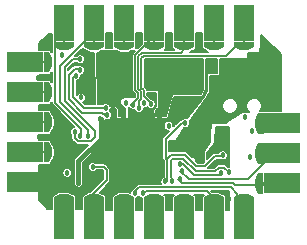
<source format=gbl>
G04 DipTrace 2.4.0.2*
%IN3dBBLE.gbl*%
%MOMM*%
%ADD13C,0.381*%
%ADD14C,0.203*%
%ADD15C,0.457*%
%ADD19C,0.127*%
%ADD29R,1.7X1.6*%
%ADD31R,1.7X2.032*%
%ADD33R,1.6X1.7*%
%ADD34R,2.0X1.7*%
%ADD35R,1.7X2.0*%
%ADD36R,2.032X1.7*%
%ADD49C,0.711*%
%FSLAX53Y53*%
G04*
G71*
G90*
G75*
G01*
%LNBottom*%
%LPD*%
X17335Y20121D2*
D14*
X15462D1*
X14565Y21018D1*
Y22662D1*
X14690Y22788D1*
Y22832D1*
X14785D1*
X17445Y19497D2*
X17250D1*
X17045Y19702D1*
X15364D1*
X14212Y20854D1*
Y22940D1*
X14700Y23427D1*
X15040D1*
X15163Y23304D1*
X11270Y13810D2*
D13*
X12433D1*
X21824Y18505D2*
Y17745D1*
X21831Y17738D1*
X20303Y16975D2*
Y16970D1*
X19541Y16208D1*
X18776Y18505D2*
Y19908D1*
X18363Y20322D1*
Y22839D1*
X17012Y24190D1*
X21824Y18505D2*
Y19528D1*
X22213Y19917D1*
Y23282D1*
X21402Y24093D1*
X15857Y17746D2*
D14*
Y18217D1*
X13440Y20634D1*
Y23639D1*
X16259Y26458D1*
Y26419D1*
X16350Y26510D1*
Y25348D1*
X15191Y17751D2*
X15257D1*
Y18345D1*
X13042Y20560D1*
Y25742D1*
X13810Y26510D1*
Y25348D1*
X11270Y23970D2*
X12433D1*
Y21430D2*
X11270D1*
X12433Y18890D2*
X11270D1*
X12433Y16350D2*
X11270D1*
X16244Y15119D2*
X17157D1*
X17427Y14849D1*
Y13986D1*
X16276Y12835D1*
Y12651D1*
X16350D1*
Y11270D1*
Y12433D2*
Y11270D1*
X18890Y12433D2*
Y11270D1*
Y10000D1*
X21430Y12433D2*
Y11270D1*
Y10000D1*
X29050Y12433D2*
Y11270D1*
Y10000D1*
X19820Y12890D2*
Y13046D1*
X20166Y13391D1*
X27926D1*
X28485Y12833D1*
Y11835D1*
X29050Y11270D1*
X26510Y12433D2*
Y11270D1*
Y10000D1*
X20487Y12888D2*
X20575D1*
X20744Y13057D1*
X25886D1*
X26510Y12433D1*
X23970D2*
Y11270D1*
Y10000D1*
X23581Y14123D2*
X23454D1*
X23823Y13755D1*
X28070D1*
X28281Y13544D1*
X31321D1*
X31488Y13712D1*
X30323D1*
X23772Y14795D2*
X23649D1*
X24355Y14089D1*
X29411D1*
X31450Y16128D1*
X31364D1*
X31488Y16252D1*
X30326D1*
X23622Y15361D2*
X23853D1*
X24784Y14429D1*
X27040D1*
X27157Y14546D1*
X27103Y14601D1*
X31488Y18792D2*
X30326D1*
X29050Y26510D2*
Y25348D1*
X21145Y20452D2*
D19*
Y20518D1*
X20565Y21098D1*
Y21616D1*
X20359Y21822D1*
Y24319D1*
X20554Y24514D1*
X27509D1*
X28342Y25348D1*
X29050D1*
X26510Y26510D2*
D14*
Y25348D1*
X20135Y20095D2*
D19*
Y20678D1*
X20310Y20852D1*
Y21510D1*
X20100Y21719D1*
Y24492D1*
X20394Y24786D1*
X23690D1*
X23970Y25066D1*
Y25348D1*
Y26510D2*
D14*
Y25348D1*
X19625Y20390D2*
D19*
X19476D1*
X20054Y20968D1*
Y21404D1*
X19842Y21616D1*
Y24594D1*
X21328Y26080D1*
Y26788D1*
X21352Y26813D1*
Y26588D1*
X21430Y26510D1*
D14*
Y25348D1*
X18890Y26510D2*
Y25348D1*
X14718Y18099D2*
Y17559D1*
X15009Y17268D1*
X16067D1*
X16417Y17619D1*
Y18141D1*
X13850Y20709D1*
Y23556D1*
X14529Y24235D1*
X15164D1*
X22375Y13900D2*
X22524D1*
Y15828D1*
X22424D1*
Y17484D1*
X23759Y18820D1*
X24058D1*
X22524Y15828D2*
X22850Y16154D1*
X24027D1*
X25004Y15177D1*
X25718D1*
X26554Y16014D1*
X27252D1*
Y16109D1*
X22982Y13933D2*
Y14113D1*
X22856Y14239D1*
Y15689D1*
X22986Y15819D1*
X23875D1*
X24934Y14761D1*
X26616D1*
X26921Y15066D1*
X27341D1*
X27728Y14680D1*
X13810Y12433D2*
D13*
Y11270D1*
Y10000D1*
X15024Y13793D2*
Y15610D1*
X16902Y17488D1*
Y19169D1*
X16887Y19184D1*
D15*
X20174Y25828D3*
X23622Y15361D3*
X23772Y14795D3*
X23581Y14123D3*
X22375Y13900D3*
X22982Y13933D3*
X17335Y20121D3*
X20487Y12888D3*
X13617Y24610D3*
X12281Y12524D3*
X26426Y15222D3*
X25205Y25586D3*
X16244Y15119D3*
X14069Y14620D3*
X17445Y19497D3*
X16887Y19184D3*
X15857Y17746D3*
X15191Y17751D3*
X15241Y20993D3*
X22649Y18597D3*
X24058Y18820D3*
X27252Y16109D3*
X27728Y14680D3*
X29704Y18168D3*
X27103Y14601D3*
X29569Y15986D3*
X29109Y19336D3*
X15024Y13793D3*
X15315Y21936D3*
X19045Y20528D3*
X19625Y20390D3*
X25352Y16635D3*
X21145Y20452D3*
X20561Y20495D3*
X20135Y20095D3*
X24588Y17800D3*
X14718Y18099D3*
X14785Y22832D3*
X27330Y23846D3*
X15163Y23304D3*
X15164Y24235D3*
X22709Y25662D3*
X19630Y21232D3*
X27203Y19017D3*
X19820Y12890D3*
X26792Y19558D3*
X30687Y20696D3*
X26526Y22126D3*
X25159Y19468D3*
X31962Y20398D3*
X28454Y21151D3*
X28763Y20178D3*
X31027Y25464D3*
X12432Y17613D3*
X17250Y13156D3*
X12463Y25513D3*
X15364Y24842D3*
X17665Y25579D3*
X22760Y12595D3*
X24544Y21691D3*
X21402Y24093D3*
X26717Y17154D3*
X27778Y12398D3*
X27612Y22511D3*
X17012Y24190D3*
X19421Y24261D3*
X26505Y23797D3*
X23848Y20717D3*
X11636Y22638D3*
X11679Y17664D3*
X17638Y11674D3*
X20144D3*
X25234Y12216D3*
X12454Y26309D2*
D19*
X12752D1*
X17407D2*
X17832D1*
X19947D2*
X20372D1*
X22487D2*
X22912D1*
X25027D2*
X25452D1*
X12321Y26185D2*
X12752D1*
X17407D2*
X17832D1*
X19947D2*
X20372D1*
X22487D2*
X22912D1*
X25027D2*
X25452D1*
X12186Y26062D2*
X12752D1*
X17407D2*
X17832D1*
X19947D2*
X20372D1*
X22487D2*
X22912D1*
X25027D2*
X25452D1*
X12051Y25938D2*
X12752D1*
X17407D2*
X17832D1*
X19947D2*
X20372D1*
X22487D2*
X22912D1*
X25027D2*
X25452D1*
X11916Y25814D2*
X12742D1*
X17407D2*
X17832D1*
X19947D2*
X20372D1*
X22487D2*
X22912D1*
X25027D2*
X25452D1*
X11783Y25691D2*
X12732D1*
X17407D2*
X17832D1*
X19947D2*
X20372D1*
X22487D2*
X22912D1*
X25027D2*
X25452D1*
X11656Y25567D2*
X12732D1*
X17407D2*
X17832D1*
X19947D2*
X20372D1*
X22487D2*
X22912D1*
X25027D2*
X25452D1*
X11656Y25443D2*
X12732D1*
X17407D2*
X17832D1*
X19947D2*
X20313D1*
X22487D2*
X22912D1*
X25027D2*
X25452D1*
X11656Y25320D2*
X12732D1*
X17407D2*
X17832D1*
X19947D2*
X20190D1*
X22487D2*
X22912D1*
X25027D2*
X25452D1*
X11656Y25196D2*
X12732D1*
X17401D2*
X17840D1*
X19941D2*
X20065D1*
X22481D2*
X22920D1*
X25021D2*
X25460D1*
X11656Y25072D2*
X12732D1*
X15306D2*
X15405D1*
X22374D2*
X23025D1*
X24914D2*
X25565D1*
X15183Y24949D2*
X15647D1*
X24674D2*
X25807D1*
X15058Y24825D2*
X15888D1*
X14935Y24701D2*
X16352D1*
X14812Y24578D2*
X14901D1*
X15427D2*
X16352D1*
X15540Y24454D2*
X16354D1*
X15590Y24330D2*
X16354D1*
X15599Y24207D2*
X16356D1*
X25815D2*
X26720D1*
X15572Y24083D2*
X16356D1*
X25815D2*
X26718D1*
X15498Y23959D2*
X16358D1*
X25815D2*
X26718D1*
X14562Y23836D2*
X15010D1*
X15318D2*
X16358D1*
X25815D2*
X26716D1*
X14439Y23712D2*
X14602D1*
X15290D2*
X16360D1*
X25815D2*
X26716D1*
X14314Y23588D2*
X14427D1*
X15490D2*
X16360D1*
X25815D2*
X26714D1*
X14191Y23465D2*
X14304D1*
X15568D2*
X16362D1*
X25815D2*
X26714D1*
X15597Y23341D2*
X16364D1*
X25815D2*
X26712D1*
X15591Y23217D2*
X16364D1*
X25815D2*
X26712D1*
X15544Y23094D2*
X16366D1*
X25815D2*
X26710D1*
X12667Y22970D2*
X12732D1*
X15437D2*
X16366D1*
X25815D2*
X25889D1*
X11656Y22846D2*
X12732D1*
X15220D2*
X16368D1*
X25815D2*
X25889D1*
X11656Y22723D2*
X12732D1*
X15207D2*
X16368D1*
X25815D2*
X25889D1*
X11656Y22599D2*
X12732D1*
X15151D2*
X16370D1*
X25815D2*
X25889D1*
X12547Y22475D2*
X12732D1*
X15026D2*
X16370D1*
X25815D2*
X25889D1*
X14875Y22352D2*
X16372D1*
X25815D2*
X25889D1*
X14875Y22228D2*
X16372D1*
X25815D2*
X25889D1*
X14875Y22104D2*
X16374D1*
X25815D2*
X25889D1*
X14875Y21981D2*
X16374D1*
X25815D2*
X25889D1*
X14875Y21857D2*
X16376D1*
X25815D2*
X25889D1*
X14875Y21733D2*
X16376D1*
X25815D2*
X25889D1*
X14875Y21610D2*
X16378D1*
X25791D2*
X25889D1*
X14875Y21486D2*
X16378D1*
X25748D2*
X25851D1*
X14875Y21362D2*
X15018D1*
X15463D2*
X16380D1*
X20836D2*
X21565D1*
X25704D2*
X25792D1*
X15599Y21239D2*
X16380D1*
X20836D2*
X21567D1*
X25662D2*
X25732D1*
X15659Y21115D2*
X16382D1*
X20927D2*
X21567D1*
X15677Y20991D2*
X16382D1*
X21051D2*
X21569D1*
X23104D2*
X25587D1*
X15659Y20868D2*
X16384D1*
X21241D2*
X21569D1*
X23069D2*
X25482D1*
X15595Y20744D2*
X16384D1*
X21465D2*
X21571D1*
X23033D2*
X25375D1*
X15455Y20620D2*
X16386D1*
X22999D2*
X25270D1*
X15518Y20497D2*
X16386D1*
X22963D2*
X25163D1*
X11656Y20373D2*
X12800D1*
X22928D2*
X25057D1*
X11656Y20249D2*
X12921D1*
X22892D2*
X24952D1*
X11656Y20126D2*
X13044D1*
X20781D2*
X20862D1*
X22856D2*
X24855D1*
X11656Y20002D2*
X13169D1*
X17754D2*
X18051D1*
X19274D2*
X19442D1*
X20560D2*
X21358D1*
X22823D2*
X24760D1*
X12680Y19878D2*
X13292D1*
X17695D2*
X18152D1*
X19274D2*
X19759D1*
X20511D2*
X21360D1*
X22787D2*
X24666D1*
X12754Y19755D2*
X13415D1*
X17794D2*
X18152D1*
X19274D2*
X19870D1*
X20400D2*
X21362D1*
X22751D2*
X24571D1*
X12819Y19631D2*
X13538D1*
X17860D2*
X18152D1*
X19274D2*
X21364D1*
X22715D2*
X24476D1*
X12883Y19507D2*
X13663D1*
X17881D2*
X18152D1*
X19274D2*
X21366D1*
X22682D2*
X24383D1*
X12946Y19384D2*
X13786D1*
X17866D2*
X18152D1*
X19274D2*
X21366D1*
X22646D2*
X24287D1*
X13002Y19260D2*
X13909D1*
X17810D2*
X18152D1*
X19274D2*
X21368D1*
X22610D2*
X24192D1*
X13008Y19136D2*
X14034D1*
X17681D2*
X23764D1*
X13008Y19013D2*
X14157D1*
X17300D2*
X22553D1*
X22745D2*
X23519D1*
X13008Y18889D2*
X14280D1*
X17300D2*
X22329D1*
X22969D2*
X23396D1*
X13008Y18765D2*
X14405D1*
X17300D2*
X22247D1*
X23051D2*
X23271D1*
X13008Y18642D2*
X14528D1*
X17300D2*
X22214D1*
X23083D2*
X23148D1*
X13002Y18518D2*
X14643D1*
X17300D2*
X22220D1*
X12944Y18394D2*
X14401D1*
X17300D2*
X22263D1*
X26642D2*
X27746D1*
X12881Y18271D2*
X14318D1*
X17300D2*
X22367D1*
X26639D2*
X27746D1*
X12817Y18147D2*
X14284D1*
X17300D2*
X22654D1*
X26635D2*
X27746D1*
X12754Y18023D2*
X14288D1*
X17300D2*
X22531D1*
X26631D2*
X27746D1*
X12678Y17900D2*
X14332D1*
X17300D2*
X22406D1*
X26627D2*
X27746D1*
X11656Y17776D2*
X14409D1*
X17300D2*
X22283D1*
X26623D2*
X27746D1*
X11656Y17652D2*
X14409D1*
X17300D2*
X22166D1*
X26619D2*
X27746D1*
X11656Y17529D2*
X14409D1*
X17300D2*
X22117D1*
X26615D2*
X27746D1*
X11656Y17405D2*
X14451D1*
X17292D2*
X22115D1*
X26611D2*
X27746D1*
X12720Y17281D2*
X14564D1*
X17241D2*
X22115D1*
X26607D2*
X27746D1*
X12784Y17158D2*
X14687D1*
X17129D2*
X22115D1*
X26591D2*
X27746D1*
X12847Y17034D2*
X14814D1*
X17006D2*
X22115D1*
X26500D2*
X27746D1*
X12911Y16910D2*
X15767D1*
X16881D2*
X22115D1*
X26408D2*
X27744D1*
X12974Y16787D2*
X15641D1*
X16758D2*
X22115D1*
X26315D2*
X27744D1*
X13008Y16663D2*
X15518D1*
X16635D2*
X22115D1*
X26224D2*
X27744D1*
X13008Y16539D2*
X15395D1*
X16510D2*
X22115D1*
X26132D2*
X27744D1*
X13008Y16416D2*
X15270D1*
X16387D2*
X22115D1*
X26039D2*
X26946D1*
X27557D2*
X27744D1*
X13008Y16292D2*
X15147D1*
X16264D2*
X22115D1*
X25948D2*
X26436D1*
X27647D2*
X27744D1*
X13008Y16168D2*
X15024D1*
X16139D2*
X22115D1*
X25922D2*
X26276D1*
X13008Y16045D2*
X14899D1*
X16016D2*
X22115D1*
X25920D2*
X26153D1*
X12978Y15921D2*
X14776D1*
X15893D2*
X22115D1*
X25918D2*
X26028D1*
X27645D2*
X27744D1*
X12915Y15797D2*
X14673D1*
X15768D2*
X22117D1*
X27551D2*
X27744D1*
X12851Y15674D2*
X14631D1*
X15645D2*
X22158D1*
X26646D2*
X27744D1*
X12788Y15550D2*
X14625D1*
X15522D2*
X22216D1*
X26523D2*
X27744D1*
X12724Y15426D2*
X14625D1*
X15423D2*
X15939D1*
X16548D2*
X22216D1*
X26398D2*
X27744D1*
X11656Y15303D2*
X14625D1*
X15423D2*
X15850D1*
X17405D2*
X22216D1*
X26275D2*
X26730D1*
X27533D2*
X27744D1*
X11656Y15179D2*
X14625D1*
X15423D2*
X15812D1*
X17530D2*
X22216D1*
X26152D2*
X26601D1*
X27660D2*
X27746D1*
X11656Y15055D2*
X14625D1*
X15423D2*
X15812D1*
X17653D2*
X22216D1*
X11656Y14932D2*
X13768D1*
X14369D2*
X14625D1*
X15423D2*
X15850D1*
X17725D2*
X22216D1*
X11656Y14808D2*
X13675D1*
X14460D2*
X14625D1*
X15423D2*
X15943D1*
X16544D2*
X17035D1*
X17737D2*
X22216D1*
X11656Y14684D2*
X13637D1*
X14500D2*
X14625D1*
X15423D2*
X17118D1*
X17737D2*
X22216D1*
X11656Y14561D2*
X13635D1*
X14500D2*
X14625D1*
X15423D2*
X17118D1*
X17737D2*
X22216D1*
X11656Y14437D2*
X13673D1*
X14462D2*
X14625D1*
X15423D2*
X17118D1*
X17737D2*
X22216D1*
X11656Y14313D2*
X13764D1*
X14373D2*
X14625D1*
X15423D2*
X17118D1*
X17737D2*
X22216D1*
X11656Y14190D2*
X14625D1*
X15423D2*
X17118D1*
X17737D2*
X22053D1*
X11656Y14066D2*
X14625D1*
X15423D2*
X17074D1*
X17737D2*
X21972D1*
X11656Y13942D2*
X14616D1*
X15433D2*
X16951D1*
X17733D2*
X21940D1*
X11656Y13819D2*
X14588D1*
X15461D2*
X16826D1*
X17685D2*
X21946D1*
X11656Y13695D2*
X14600D1*
X15449D2*
X16703D1*
X17568D2*
X21991D1*
X11656Y13571D2*
X14649D1*
X15399D2*
X16580D1*
X17445D2*
X19914D1*
X11656Y13448D2*
X14764D1*
X15282D2*
X16455D1*
X17322D2*
X19789D1*
X11656Y13324D2*
X16332D1*
X17197D2*
X19666D1*
X11656Y13200D2*
X16209D1*
X17074D2*
X19519D1*
X11656Y13077D2*
X16084D1*
X16951D2*
X19428D1*
X26299D2*
X27742D1*
X11656Y12953D2*
X13342D1*
X14278D2*
X15882D1*
X16826D2*
X18422D1*
X26978D2*
X27742D1*
X11656Y12829D2*
X13101D1*
X14518D2*
X15641D1*
X17058D2*
X18181D1*
X27218D2*
X27742D1*
X11656Y12706D2*
X12861D1*
X14758D2*
X15401D1*
X17298D2*
X17941D1*
X22378D2*
X23021D1*
X24918D2*
X25561D1*
X27458D2*
X27742D1*
X11656Y12582D2*
X12758D1*
X14861D2*
X15298D1*
X17401D2*
X17838D1*
X22481D2*
X22918D1*
X25021D2*
X25458D1*
X27561D2*
X27742D1*
X11656Y12458D2*
X12752D1*
X14867D2*
X15292D1*
X17407D2*
X17832D1*
X19947D2*
X20372D1*
X22487D2*
X22912D1*
X25027D2*
X25452D1*
X27567D2*
X27742D1*
X11666Y12335D2*
X12752D1*
X14867D2*
X15292D1*
X17407D2*
X17832D1*
X19947D2*
X20372D1*
X22487D2*
X22912D1*
X25027D2*
X25452D1*
X27567D2*
X27742D1*
X11787Y12211D2*
X12752D1*
X14867D2*
X15292D1*
X17407D2*
X17832D1*
X19947D2*
X20372D1*
X22487D2*
X22912D1*
X25027D2*
X25452D1*
X27567D2*
X27742D1*
X11908Y12087D2*
X12752D1*
X14867D2*
X15292D1*
X17407D2*
X17832D1*
X19947D2*
X20372D1*
X22487D2*
X22912D1*
X25027D2*
X25452D1*
X27567D2*
X27742D1*
X12028Y11964D2*
X12752D1*
X14867D2*
X15292D1*
X17407D2*
X17832D1*
X19947D2*
X20372D1*
X22487D2*
X22912D1*
X25027D2*
X25452D1*
X27567D2*
X27742D1*
X12149Y11840D2*
X12752D1*
X14867D2*
X15292D1*
X17407D2*
X17832D1*
X19947D2*
X20372D1*
X22487D2*
X22912D1*
X25027D2*
X25452D1*
X27567D2*
X27742D1*
X12268Y11716D2*
X12752D1*
X14867D2*
X15292D1*
X17407D2*
X17832D1*
X19947D2*
X20372D1*
X22487D2*
X22912D1*
X25027D2*
X25452D1*
X27567D2*
X27742D1*
X12389Y11593D2*
X12752D1*
X14867D2*
X15292D1*
X17407D2*
X17832D1*
X19947D2*
X20372D1*
X22487D2*
X22912D1*
X25027D2*
X25452D1*
X27567D2*
X27742D1*
X25027Y11469D2*
X25452D1*
X27567D2*
X27742D1*
X25464Y25768D2*
Y26433D1*
X25016Y26432D1*
Y25514D1*
Y25250D1*
X25005Y25188D1*
X24976Y25132D1*
X24928Y25087D1*
X24853Y25047D1*
X24470Y24850D1*
X25711Y24844D1*
X25739Y24850D1*
X26015Y24848D1*
X25571Y25076D1*
X25520Y25114D1*
X25484Y25166D1*
X25466Y25228D1*
X25464Y25314D1*
Y25768D1*
X22924D2*
Y26429D1*
X22476Y26430D1*
Y25514D1*
Y25250D1*
X22465Y25188D1*
X22436Y25132D1*
X22388Y25087D1*
X22308Y25044D1*
X23091Y25045D1*
X23031Y25076D1*
X22980Y25114D1*
X22944Y25166D1*
X22926Y25228D1*
X22924Y25314D1*
Y25768D1*
X20384D2*
Y26429D1*
X19936Y26428D1*
Y25514D1*
Y25250D1*
X19924Y25186D1*
X19907Y25148D1*
X20028Y25146D1*
X20384Y25503D1*
Y25768D1*
X17844D2*
Y26425D1*
X17396Y26426D1*
X17394Y25514D1*
X17395Y25503D1*
X17396Y25250D1*
X17384Y25186D1*
X17367Y25148D1*
X17471Y25146D1*
X17873Y25149D1*
X17849Y25207D1*
X17844Y25314D1*
Y25768D1*
X11642Y17396D2*
X12266Y17394D1*
X12319Y17396D1*
X12530D1*
X12592Y17385D1*
X12648Y17356D1*
X12693Y17308D1*
X12733Y17233D1*
X12974Y16764D1*
X12993Y16702D1*
X12996Y16612D1*
Y16025D1*
X12984Y15961D1*
X12945Y15879D1*
X12704Y15411D1*
X12666Y15360D1*
X12614Y15324D1*
X12552Y15306D1*
X12467Y15304D1*
X11644D1*
Y12344D1*
X12201Y11772D1*
X12430Y11538D1*
X12766Y11536D1*
X12764Y12179D1*
X12766Y12266D1*
X12764Y12319D1*
Y12530D1*
X12775Y12592D1*
X12804Y12648D1*
X12852Y12693D1*
X12927Y12733D1*
X13396Y12974D1*
X13458Y12993D1*
X13549Y12996D1*
X14135D1*
X14199Y12984D1*
X14281Y12945D1*
X14749Y12704D1*
X14800Y12666D1*
X14836Y12614D1*
X14854Y12552D1*
X14856Y12467D1*
Y11521D1*
X15069Y11522D1*
X15306Y11521D1*
X15304Y12266D1*
Y12530D1*
X15315Y12592D1*
X15344Y12648D1*
X15392Y12693D1*
X15467Y12733D1*
X15936Y12974D1*
X15998Y12993D1*
X16027Y12996D1*
X16066Y13045D1*
X17129Y14113D1*
X17127Y14729D1*
X17030Y14822D1*
X16548D1*
X16508Y14787D1*
X16455Y14751D1*
X16398Y14724D1*
X16338Y14705D1*
X16275Y14696D1*
X16211D1*
X16149Y14705D1*
X16088Y14724D1*
X16031Y14752D1*
X15979Y14788D1*
X15932Y14831D1*
X15893Y14880D1*
X15861Y14935D1*
X15838Y14995D1*
X15824Y15056D1*
X15819Y15120D1*
X15824Y15183D1*
X15839Y15245D1*
X15862Y15304D1*
X15894Y15359D1*
X15933Y15408D1*
X15980Y15451D1*
X16032Y15487D1*
X16090Y15514D1*
X16150Y15533D1*
X16213Y15542D1*
X16277D1*
X16339Y15532D1*
X16400Y15513D1*
X16457Y15485D1*
X16509Y15449D1*
X16545Y15416D1*
X17157D1*
X17220Y15409D1*
X17280Y15389D1*
X17333Y15358D1*
X17412Y15284D1*
X17637Y15059D1*
X17677Y15010D1*
X17705Y14953D1*
X17720Y14894D1*
X17724Y14786D1*
Y13986D1*
X17717Y13923D1*
X17697Y13863D1*
X17666Y13809D1*
X17592Y13731D1*
X16810Y12949D1*
X17289Y12704D1*
X17340Y12666D1*
X17376Y12614D1*
X17394Y12552D1*
X17396Y12467D1*
Y11510D1*
X17845Y11506D1*
X17844Y12266D1*
Y12530D1*
X17855Y12592D1*
X17884Y12648D1*
X17932Y12693D1*
X18007Y12733D1*
X18476Y12974D1*
X18538Y12993D1*
X18629Y12996D1*
X19215D1*
X19279Y12984D1*
X19361Y12945D1*
X19398Y12926D1*
X19415Y13016D1*
X19439Y13075D1*
X19471Y13130D1*
X19510Y13179D1*
X19557Y13222D1*
X19615Y13260D1*
X19955Y13602D1*
X20005Y13641D1*
X20061Y13670D1*
X20121Y13685D1*
X20229Y13689D1*
X22009D1*
X21992Y13717D1*
X21969Y13776D1*
X21955Y13838D1*
X21951Y13901D1*
X21956Y13964D1*
X21970Y14026D1*
X21993Y14085D1*
X22025Y14140D1*
X22065Y14189D1*
X22111Y14232D1*
X22164Y14268D1*
X22227Y14297D1*
Y15605D1*
X22175Y15666D1*
X22146Y15722D1*
X22130Y15784D1*
X22127Y15892D1*
Y17484D1*
X22133Y17547D1*
X22153Y17607D1*
X22184Y17660D1*
X22258Y17739D1*
X22695Y18176D1*
X22616Y18174D1*
X22554Y18184D1*
X22493Y18202D1*
X22436Y18230D1*
X22384Y18266D1*
X22337Y18309D1*
X22298Y18359D1*
X22266Y18414D1*
X22243Y18473D1*
X22229Y18535D1*
X22224Y18598D1*
X22229Y18661D1*
X22244Y18723D1*
X22267Y18782D1*
X22299Y18837D1*
X22338Y18886D1*
X22385Y18929D1*
X22437Y18965D1*
X22495Y18992D1*
X22555Y19011D1*
X22618Y19020D1*
X22682D1*
X22744Y19010D1*
X22805Y18991D1*
X22862Y18964D1*
X22914Y18928D1*
X22961Y18884D1*
X23000Y18835D1*
X23031Y18780D1*
X23054Y18720D1*
X23068Y18659D1*
X23073Y18597D1*
X23069Y18548D1*
X23549Y19030D1*
X23599Y19070D1*
X23655Y19098D1*
X23719Y19114D1*
X23794Y19152D1*
X23847Y19188D1*
X23904Y19215D1*
X23965Y19234D1*
X24027Y19243D1*
X24091D1*
X24182Y19224D1*
X24282Y19360D1*
X24945Y20227D1*
X25663Y21065D1*
X25903Y21570D1*
X25902Y23023D1*
X25934Y23076D1*
X25966Y23086D1*
X26723Y23081D1*
X26733Y24254D1*
X25800Y24255D1*
X25802Y23961D1*
X25801Y21677D1*
X25605Y21110D1*
X25559Y21069D1*
X25348Y21022D1*
X23104Y21040D1*
X22962Y20537D1*
X22581Y19201D1*
X22537Y19158D1*
X22520Y19155D1*
X21446D1*
X21392Y19186D1*
X21382Y19218D1*
X21373Y19991D1*
X21390Y20034D1*
X21586Y20240D1*
X21577Y21373D1*
X20825D1*
X20824Y21205D1*
X21154Y20876D1*
X21241Y20865D1*
X21302Y20846D1*
X21359Y20819D1*
X21411Y20783D1*
X21457Y20739D1*
X21497Y20690D1*
X21528Y20635D1*
X21551Y20575D1*
X21565Y20514D1*
X21569Y20452D1*
X21565Y20389D1*
X21551Y20327D1*
X21527Y20268D1*
X21496Y20213D1*
X21456Y20163D1*
X21410Y20120D1*
X21357Y20085D1*
X21300Y20057D1*
X21239Y20038D1*
X21177Y20029D1*
X21113D1*
X21050Y20039D1*
X20990Y20057D1*
X20933Y20085D1*
X20880Y20121D1*
X20830Y20169D1*
X20773Y20128D1*
X20716Y20100D1*
X20655Y20082D1*
X20592Y20072D1*
X20559D1*
X20540Y19970D1*
X20517Y19911D1*
X20485Y19856D1*
X20446Y19807D1*
X20399Y19763D1*
X20347Y19728D1*
X20290Y19700D1*
X20229Y19682D1*
X20166Y19672D1*
X20103D1*
X20040Y19682D1*
X19979Y19701D1*
X19922Y19728D1*
X19870Y19764D1*
X19823Y19807D1*
X19784Y19857D1*
X19752Y19912D1*
X19728Y19977D1*
X19657Y19967D1*
X19593D1*
X19530Y19976D1*
X19470Y19995D1*
X19413Y20023D1*
X19360Y20059D1*
X19314Y20102D1*
X19266Y20167D1*
X19262Y20075D1*
Y19222D1*
X19231Y19168D1*
X19199Y19158D1*
X18229Y19149D1*
X18175Y19179D1*
X18165Y19212D1*
Y19897D1*
X17995Y20072D1*
X17757Y20088D1*
X17755Y20057D1*
X17740Y19996D1*
X17717Y19937D1*
X17667Y19858D1*
X17711Y19828D1*
X17757Y19784D1*
X17797Y19734D1*
X17828Y19679D1*
X17851Y19620D1*
X17865Y19558D1*
X17869Y19497D1*
X17865Y19434D1*
X17851Y19372D1*
X17827Y19313D1*
X17796Y19258D1*
X17756Y19208D1*
X17710Y19165D1*
X17657Y19129D1*
X17600Y19102D1*
X17539Y19083D1*
X17477Y19074D1*
X17413D1*
X17350Y19083D1*
X17303Y19098D1*
X17288Y19042D1*
Y17488D1*
X17283Y17425D1*
X17267Y17363D1*
X17242Y17305D1*
X17207Y17252D1*
X17175Y17215D1*
X15411Y15451D1*
X15410Y13969D1*
X15430Y13916D1*
X15444Y13854D1*
X15448Y13793D1*
X15444Y13729D1*
X15429Y13668D1*
X15406Y13608D1*
X15374Y13554D1*
X15335Y13504D1*
X15288Y13461D1*
X15236Y13425D1*
X15179Y13398D1*
X15118Y13379D1*
X15055Y13370D1*
X14992D1*
X14929Y13379D1*
X14869Y13398D1*
X14812Y13426D1*
X14759Y13461D1*
X14713Y13505D1*
X14673Y13554D1*
X14642Y13609D1*
X14619Y13668D1*
X14605Y13730D1*
X14600Y13794D1*
X14605Y13857D1*
X14619Y13919D1*
X14639Y13968D1*
X14638Y15610D1*
X14643Y15674D1*
X14659Y15735D1*
X14684Y15793D1*
X14719Y15847D1*
X14751Y15883D1*
X15839Y16971D1*
X15009D1*
X14946Y16978D1*
X14886Y16998D1*
X14833Y17029D1*
X14754Y17103D1*
X14508Y17349D1*
X14468Y17399D1*
X14440Y17455D1*
X14424Y17515D1*
X14421Y17623D1*
Y17796D1*
X14367Y17860D1*
X14335Y17915D1*
X14312Y17974D1*
X14298Y18036D1*
X14294Y18099D1*
X14299Y18163D1*
X14313Y18225D1*
X14336Y18284D1*
X14368Y18338D1*
X14408Y18388D1*
X14454Y18431D1*
X14507Y18467D1*
X14564Y18494D1*
X14625Y18512D1*
X14666Y18518D1*
X14418Y18764D1*
X12832Y20350D1*
X12793Y20399D1*
X12764Y20456D1*
X12749Y20515D1*
X12745Y20570D1*
X12704Y20491D1*
X12666Y20440D1*
X12614Y20404D1*
X12552Y20386D1*
X12467Y20384D1*
X11644D1*
X11643Y19936D1*
X12266D1*
X12530D1*
X12592Y19925D1*
X12648Y19896D1*
X12693Y19848D1*
X12733Y19773D1*
X12974Y19304D1*
X12993Y19242D1*
X12996Y19152D1*
Y18565D1*
X12984Y18501D1*
X12945Y18419D1*
X12704Y17951D1*
X12666Y17900D1*
X12614Y17864D1*
X12552Y17846D1*
X12467Y17844D1*
X11644D1*
Y17396D1*
X16363Y24784D2*
X16025D1*
X15961Y24796D1*
X15879Y24835D1*
X15411Y25076D1*
X15347Y25126D1*
X14753Y24532D1*
X14860Y24533D1*
X14901Y24568D1*
X14953Y24603D1*
X15010Y24631D1*
X15071Y24649D1*
X15134Y24659D1*
X15197Y24658D1*
X15260Y24649D1*
X15320Y24630D1*
X15378Y24602D1*
X15430Y24566D1*
X15476Y24523D1*
X15516Y24473D1*
X15547Y24418D1*
X15570Y24359D1*
X15584Y24297D1*
X15588Y24235D1*
X15584Y24172D1*
X15569Y24110D1*
X15546Y24051D1*
X15514Y23996D1*
X15475Y23947D1*
X15428Y23904D1*
X15376Y23868D1*
X15319Y23840D1*
X15258Y23822D1*
X15195Y23812D1*
X15132D1*
X15069Y23822D1*
X15009Y23841D1*
X14952Y23868D1*
X14899Y23904D1*
X14863Y23938D1*
X14650D1*
X14245Y23531D1*
X14147Y23429D1*
Y23292D1*
X14490Y23638D1*
X14539Y23677D1*
X14596Y23706D1*
X14655Y23721D1*
X14763Y23725D1*
X15196Y23727D1*
X15259Y23717D1*
X15320Y23698D1*
X15377Y23670D1*
X15429Y23634D1*
X15475Y23591D1*
X15515Y23541D1*
X15546Y23486D1*
X15569Y23427D1*
X15583Y23365D1*
X15587Y23304D1*
X15583Y23240D1*
X15569Y23179D1*
X15545Y23119D1*
X15514Y23065D1*
X15474Y23015D1*
X15428Y22972D1*
X15375Y22936D1*
X15318Y22909D1*
X15257Y22890D1*
X15204Y22882D1*
X15209Y22832D1*
X15204Y22769D1*
X15190Y22707D1*
X15167Y22648D1*
X15135Y22593D1*
X15095Y22544D1*
X15049Y22501D1*
X14996Y22465D1*
X14939Y22438D1*
X14861Y22416D1*
X14862Y21392D1*
Y21184D1*
X14891Y21233D1*
X14931Y21283D1*
X14977Y21326D1*
X15030Y21361D1*
X15087Y21389D1*
X15148Y21407D1*
X15210Y21416D1*
X15274D1*
X15336Y21407D1*
X15397Y21388D1*
X15454Y21360D1*
X15506Y21324D1*
X15553Y21281D1*
X15592Y21231D1*
X15624Y21176D1*
X15647Y21117D1*
X15660Y21055D1*
X15665Y20993D1*
X15660Y20930D1*
X15646Y20868D1*
X15623Y20809D1*
X15591Y20754D1*
X15552Y20705D1*
X15505Y20661D1*
X15453Y20626D1*
X15404Y20600D1*
X15589Y20418D1*
X16401D1*
X16397Y20681D1*
X16364Y24787D1*
X12764Y25846D2*
Y26394D1*
X12535D1*
X11642Y25573D1*
X11643Y25016D1*
X12266D1*
X12530D1*
X12592Y25005D1*
X12648Y24976D1*
X12693Y24928D1*
X12733Y24853D1*
X12745Y24830D1*
Y25742D1*
X12752Y25806D1*
X12012Y22924D2*
X11644D1*
X11643Y22476D1*
X12266D1*
X12530D1*
X12592Y22465D1*
X12648Y22436D1*
X12693Y22388D1*
X12733Y22313D1*
X12745Y22290D1*
Y23110D1*
X12704Y23031D1*
X12666Y22980D1*
X12614Y22944D1*
X12552Y22926D1*
X12467Y22924D1*
X12012D1*
X19936Y12012D2*
Y11494D1*
X20385Y11490D1*
X20384Y12266D1*
Y12476D1*
X20331Y12493D1*
X20274Y12521D1*
X20222Y12556D1*
X20175Y12600D1*
X20154Y12626D1*
X20085Y12558D1*
X20032Y12522D1*
X19975Y12495D1*
X19935Y12482D1*
X19936Y12012D1*
X22476D2*
Y11478D1*
X22925Y11475D1*
X22924Y12266D1*
Y12530D1*
X22935Y12592D1*
X22964Y12648D1*
X23012Y12693D1*
X23087Y12733D1*
X23138Y12759D1*
X22260Y12760D1*
X22369Y12704D1*
X22420Y12666D1*
X22456Y12614D1*
X22474Y12552D1*
X22476Y12467D1*
Y12012D1*
X27556D2*
Y11446D1*
X27755D1*
Y12461D1*
Y13094D1*
X26269D1*
X26367Y12996D1*
X26835D1*
X26899Y12984D1*
X26981Y12945D1*
X27449Y12704D1*
X27500Y12666D1*
X27536Y12614D1*
X27554Y12552D1*
X27556Y12467D1*
Y12012D1*
X25464Y11459D2*
X25466Y12266D1*
X25464Y12319D1*
Y12530D1*
X25475Y12592D1*
X25504Y12648D1*
X25552Y12693D1*
X25627Y12733D1*
X25678Y12759D1*
X24800Y12760D1*
X24909Y12704D1*
X24960Y12666D1*
X24996Y12614D1*
X25014Y12552D1*
X25016Y12467D1*
Y11462D1*
X25465Y11459D1*
X14488Y14557D2*
X14474Y14495D1*
X14451Y14436D1*
X14419Y14381D1*
X14379Y14332D1*
X14333Y14288D1*
X14280Y14253D1*
X14223Y14225D1*
X14163Y14207D1*
X14100Y14197D1*
X14036D1*
X13974Y14207D1*
X13913Y14226D1*
X13856Y14253D1*
X13804Y14289D1*
X13757Y14332D1*
X13718Y14382D1*
X13686Y14437D1*
X13663Y14496D1*
X13649Y14558D1*
X13644Y14621D1*
X13649Y14684D1*
X13664Y14746D1*
X13687Y14805D1*
X13719Y14860D1*
X13758Y14910D1*
X13805Y14953D1*
X13857Y14988D1*
X13915Y15016D1*
X13975Y15034D1*
X14038Y15043D1*
X14102D1*
X14164Y15033D1*
X14225Y15015D1*
X14282Y14987D1*
X14334Y14951D1*
X14381Y14908D1*
X14420Y14858D1*
X14451Y14803D1*
X14474Y14744D1*
X14488Y14682D1*
X14493Y14620D1*
X14488Y14557D1*
X27671Y16046D2*
X27657Y15984D1*
X27634Y15925D1*
X27602Y15870D1*
X27563Y15820D1*
X27516Y15777D1*
X27464Y15742D1*
X27407Y15714D1*
X27346Y15696D1*
X27283Y15686D1*
X27220D1*
X27157Y15696D1*
X27091Y15717D1*
X26679D1*
X26019Y15059D1*
X26492Y15058D1*
X26711Y15276D1*
X26761Y15316D1*
X26817Y15344D1*
X26877Y15360D1*
X26985Y15363D1*
X27341D1*
X27404Y15357D1*
X27465Y15337D1*
X27518Y15305D1*
X27596Y15231D1*
X27724Y15104D1*
X27757Y15128D1*
X27759Y18496D1*
X26633Y18494D1*
X26590Y17191D1*
X26579Y17157D1*
X25910Y16258D1*
X25905Y15784D1*
X26344Y16224D1*
X26393Y16264D1*
X26450Y16292D1*
X26510Y16308D1*
X26618Y16311D1*
X26878D1*
X26942Y16398D1*
X26988Y16442D1*
X27041Y16477D1*
X27098Y16504D1*
X27159Y16523D1*
X27222Y16532D1*
X27285D1*
X27348Y16522D1*
X27408Y16503D1*
X27465Y16476D1*
X27518Y16440D1*
X27564Y16397D1*
X27603Y16347D1*
X27635Y16292D1*
X27658Y16233D1*
X27672Y16171D1*
X27676Y16109D1*
X27671Y16046D1*
X16790Y24813D2*
X18451D1*
X19330D2*
X19681D1*
X16621Y24689D2*
X19588D1*
X16623Y24565D2*
X19570D1*
X16623Y24442D2*
X19570D1*
X16625Y24318D2*
X19570D1*
X16625Y24194D2*
X19570D1*
X16627Y24071D2*
X19570D1*
X16627Y23947D2*
X19570D1*
X16629Y23823D2*
X19570D1*
X16629Y23700D2*
X19570D1*
X16631Y23576D2*
X19570D1*
X16631Y23452D2*
X19570D1*
X16633Y23329D2*
X19570D1*
X16633Y23205D2*
X19570D1*
X16633Y23081D2*
X19570D1*
X16635Y22958D2*
X19570D1*
X16635Y22834D2*
X19570D1*
X16637Y22710D2*
X19570D1*
X16637Y22587D2*
X19570D1*
X16639Y22463D2*
X19570D1*
X16639Y22339D2*
X19570D1*
X16641Y22216D2*
X19570D1*
X16641Y22092D2*
X19570D1*
X16643Y21968D2*
X19570D1*
X16643Y21845D2*
X19570D1*
X16645Y21721D2*
X19570D1*
X16645Y21597D2*
X19572D1*
X16645Y21474D2*
X19614D1*
X16647Y21350D2*
X19729D1*
X16647Y21226D2*
X19783D1*
X16649Y21103D2*
X19783D1*
X16649Y20979D2*
X18757D1*
X16651Y20855D2*
X18570D1*
X16651Y20732D2*
X18546D1*
X16653Y20608D2*
X18546D1*
X16653Y20484D2*
X17104D1*
X17566D2*
X18546D1*
X17697Y20361D2*
X18644D1*
X18228Y20237D2*
X18725D1*
X18330Y20113D2*
X18896D1*
X18433Y19990D2*
X18953D1*
X18453Y19866D2*
X18953D1*
X18453Y19742D2*
X18953D1*
X18453Y19619D2*
X18953D1*
X18453Y19495D2*
X18953D1*
X19559Y24937D2*
X19304Y24806D1*
X19242Y24787D1*
X19152Y24784D1*
X18565D1*
X18501Y24796D1*
X18419Y24835D1*
X18223Y24936D1*
X17016D1*
X16764Y24806D1*
X16702Y24787D1*
X16610Y24784D1*
X16641Y20418D1*
X17032D1*
X17072Y20453D1*
X17124Y20489D1*
X17181Y20516D1*
X17242Y20535D1*
X17305Y20544D1*
X17368D1*
X17431Y20534D1*
X17491Y20515D1*
X17549Y20487D1*
X17601Y20451D1*
X17647Y20408D1*
X17687Y20358D1*
X17717Y20305D1*
X18131Y20304D1*
X18173Y20289D1*
X18426Y19981D1*
X18440Y19942D1*
Y19389D1*
X18965D1*
Y20059D1*
X18887Y20135D1*
X18832Y20161D1*
X18780Y20197D1*
X18733Y20240D1*
X18694Y20290D1*
X18653Y20369D1*
X18578Y20445D1*
X18560Y20488D1*
Y20806D1*
X18591Y20859D1*
X18801Y21000D1*
X18835Y21010D1*
X19730D1*
X19797Y21077D1*
X19795Y21295D1*
X19659Y21433D1*
X19620Y21483D1*
X19594Y21541D1*
X19583Y21616D1*
Y24594D1*
X19591Y24657D1*
X19613Y24716D1*
X19659Y24777D1*
X19817Y24936D1*
X19556D1*
X20631Y24140D2*
X25573D1*
X20631Y24016D2*
X25571D1*
X20631Y23892D2*
X25571D1*
X20631Y23769D2*
X25569D1*
X20631Y23645D2*
X25569D1*
X20631Y23521D2*
X25569D1*
X20631Y23398D2*
X25567D1*
X20631Y23274D2*
X25567D1*
X20631Y23150D2*
X25565D1*
X20631Y23027D2*
X25565D1*
X20631Y22903D2*
X25565D1*
X20631Y22779D2*
X25563D1*
X20631Y22656D2*
X25563D1*
X20631Y22532D2*
X25563D1*
X20631Y22408D2*
X25561D1*
X20631Y22285D2*
X25561D1*
X20631Y22161D2*
X25559D1*
X20631Y22037D2*
X25559D1*
X20645Y21914D2*
X25559D1*
X20770Y21790D2*
X25557D1*
X20832Y21666D2*
X25557D1*
X21836Y21543D2*
X25515D1*
X21836Y21419D2*
X25471D1*
X21836Y21295D2*
X25428D1*
X21836Y21172D2*
X22890D1*
X21836Y21048D2*
X22858D1*
X21836Y20924D2*
X22824D1*
X21836Y20801D2*
X22791D1*
X21836Y20677D2*
X22757D1*
X21836Y20553D2*
X22723D1*
X21836Y20430D2*
X22689D1*
X21836Y20306D2*
X22658D1*
X21836Y20182D2*
X22624D1*
X21758Y20059D2*
X22590D1*
X21645Y19935D2*
X22556D1*
X21610Y19811D2*
X22523D1*
X21610Y19688D2*
X22489D1*
X21610Y19564D2*
X22457D1*
X21610Y19440D2*
X22423D1*
X20617Y21931D2*
X20748Y21799D1*
X20787Y21749D1*
X20813Y21691D1*
X20824Y21616D1*
Y21602D1*
X21760Y21603D1*
X21814Y21572D1*
X21824Y21540D1*
X21823Y20166D1*
X21807Y20124D1*
X21598Y19898D1*
Y19404D1*
X22425D1*
X22921Y21237D1*
X22965Y21280D1*
X22982Y21283D1*
X25437D1*
X25570Y21664D1*
X25585Y24254D1*
X20660Y24255D1*
X20618Y24211D1*
Y21928D1*
X30480Y26107D2*
X30639D1*
X30474Y25983D2*
X30768D1*
X30470Y25859D2*
X30899D1*
X30464Y25736D2*
X31028D1*
X30458Y25612D2*
X31159D1*
X30452Y25488D2*
X31288D1*
X30446Y25365D2*
X31417D1*
X30442Y25241D2*
X31548D1*
X30437Y25117D2*
X31677D1*
X30431Y24994D2*
X31806D1*
X30425Y24870D2*
X31937D1*
X29375Y24746D2*
X32066D1*
X29367Y24623D2*
X32122D1*
X29359Y24499D2*
X32122D1*
X29351Y24375D2*
X32122D1*
X27037Y24252D2*
X32122D1*
X27037Y24128D2*
X32122D1*
X27037Y24004D2*
X32122D1*
X27035Y23881D2*
X32124D1*
X27035Y23757D2*
X32124D1*
X27033Y23633D2*
X32124D1*
X27033Y23510D2*
X32124D1*
X27033Y23386D2*
X32124D1*
X27031Y23262D2*
X32126D1*
X27031Y23139D2*
X32126D1*
X27031Y23015D2*
X32126D1*
X27029Y22891D2*
X32126D1*
X26174Y22768D2*
X32126D1*
X26172Y22644D2*
X32126D1*
X26168Y22520D2*
X32128D1*
X26166Y22397D2*
X32128D1*
X26162Y22273D2*
X32128D1*
X26160Y22149D2*
X32128D1*
X26156Y22026D2*
X32128D1*
X26154Y21902D2*
X32128D1*
X26150Y21778D2*
X32130D1*
X26148Y21655D2*
X32130D1*
X26144Y21531D2*
X32130D1*
X26099Y21407D2*
X32130D1*
X26043Y21284D2*
X32130D1*
X25986Y21160D2*
X32130D1*
X25928Y21036D2*
X32132D1*
X25870Y20913D2*
X27607D1*
X28095D2*
X29639D1*
X30127D2*
X32132D1*
X25801Y20789D2*
X27399D1*
X28303D2*
X29431D1*
X30335D2*
X32132D1*
X25700Y20665D2*
X27288D1*
X28414D2*
X29320D1*
X30446D2*
X32132D1*
X25601Y20542D2*
X27220D1*
X28482D2*
X29252D1*
X30514D2*
X32132D1*
X25499Y20418D2*
X27183D1*
X28520D2*
X29215D1*
X30552D2*
X32134D1*
X25400Y20294D2*
X27169D1*
X28534D2*
X29201D1*
X30566D2*
X32134D1*
X25299Y20171D2*
X27177D1*
X28524D2*
X29209D1*
X30556D2*
X32134D1*
X25200Y20047D2*
X27210D1*
X28490D2*
X29242D1*
X30522D2*
X32134D1*
X25099Y19923D2*
X27274D1*
X28428D2*
X29306D1*
X30460D2*
X32134D1*
X24999Y19800D2*
X27375D1*
X28327D2*
X29407D1*
X24898Y19676D2*
X27556D1*
X28147D2*
X28681D1*
X24807Y19552D2*
X28504D1*
X24722Y19429D2*
X28328D1*
X24636Y19305D2*
X28149D1*
X24551Y19181D2*
X27935D1*
X24464Y19058D2*
X27796D1*
X24479Y18934D2*
X27619D1*
X24493Y18810D2*
X26190D1*
X24473Y18687D2*
X26190D1*
X24408Y18563D2*
X26188D1*
X24257Y18439D2*
X26186D1*
X23952Y18316D2*
X26186D1*
X23866Y18192D2*
X26184D1*
X23779Y18068D2*
X26182D1*
X23694Y17945D2*
X26180D1*
X23608Y17821D2*
X26180D1*
X23523Y17697D2*
X26178D1*
X23438Y17574D2*
X26176D1*
X23352Y17450D2*
X26176D1*
X23265Y17326D2*
X26174D1*
X22733Y17203D2*
X26173D1*
X22733Y17079D2*
X26091D1*
X22733Y16955D2*
X26004D1*
X22733Y16832D2*
X25915D1*
X22733Y16708D2*
X25827D1*
X22733Y16584D2*
X25738D1*
X22733Y16461D2*
X25651D1*
X24277Y16337D2*
X25651D1*
X24400Y16213D2*
X25653D1*
X24523Y16090D2*
X25655D1*
X24648Y15966D2*
X25657D1*
X24950Y15842D2*
X25659D1*
X24966Y15719D2*
X25661D1*
X25019Y15595D2*
X25663D1*
X30747Y19837D2*
X32148D1*
X32138Y22942D1*
X32133Y24694D1*
X30474Y26276D1*
X30436Y25400D1*
X30412Y24863D1*
X30379Y24811D1*
X30350Y24802D1*
X29418Y24789D1*
X29364Y24783D1*
X29336Y24348D1*
X29302Y24296D1*
X29273Y24288D1*
X27636D1*
X27560Y24260D1*
X27445Y24255D1*
X27026D1*
X27018Y22886D1*
X26986Y22833D1*
X26956Y22823D1*
X26161Y22793D1*
X26155Y22472D1*
X26129Y21499D1*
X25819Y20830D1*
X25772Y20768D1*
X24848Y19629D1*
X24429Y19024D1*
X24464Y18943D1*
X24477Y18881D1*
X24482Y18820D1*
X24477Y18757D1*
X24463Y18695D1*
X24440Y18636D1*
X24408Y18581D1*
X24369Y18531D1*
X24322Y18488D1*
X24270Y18452D1*
X24212Y18425D1*
X24152Y18406D1*
X24089Y18397D1*
X23996Y18401D1*
X23691Y17959D1*
X23261Y17336D1*
X23205Y17310D1*
X22722Y17311D1*
X22721Y16849D1*
Y16422D1*
X22805Y16447D1*
X22913Y16451D1*
X24027D1*
X24090Y16444D1*
X24151Y16424D1*
X24204Y16393D1*
X24282Y16319D1*
X24666Y15936D1*
X24879Y15915D1*
X24929Y15878D1*
X24935Y15860D1*
X24964Y15637D1*
X25131Y15475D1*
X25597Y15477D1*
X25677Y15557D1*
X25669Y15982D1*
X25663Y16440D1*
X25674Y16476D1*
X26187Y17195D1*
X26195Y17999D1*
X26204Y18778D1*
X26235Y18831D1*
X26268Y18841D1*
X27485Y18832D1*
X27948Y19155D1*
X27947Y19242D1*
X28072D1*
X28855Y19787D1*
X28898Y19798D1*
X29258Y19746D1*
X29478Y19748D1*
X29403Y19815D1*
X29324Y19913D1*
X29264Y20025D1*
X29226Y20146D1*
X29212Y20272D1*
X29222Y20399D1*
X29256Y20521D1*
X29312Y20635D1*
X29388Y20736D1*
X29482Y20821D1*
X29591Y20887D1*
X29709Y20931D1*
X29834Y20952D1*
X29961Y20950D1*
X30085Y20923D1*
X30202Y20873D1*
X30307Y20803D1*
X30397Y20714D1*
X30469Y20609D1*
X30520Y20493D1*
X30548Y20369D1*
X30553Y20284D1*
X30541Y20157D1*
X30506Y20036D1*
X30448Y19923D1*
X30382Y19836D1*
X30747Y19837D1*
X28518Y20220D2*
X28495Y20096D1*
X28448Y19978D1*
X28379Y19871D1*
X28292Y19779D1*
X28189Y19705D1*
X28074Y19651D1*
X27951Y19621D1*
X27825Y19614D1*
X27699Y19630D1*
X27579Y19671D1*
X27468Y19733D1*
X27371Y19815D1*
X27292Y19913D1*
X27232Y20025D1*
X27194Y20146D1*
X27180Y20272D1*
X27190Y20399D1*
X27224Y20521D1*
X27280Y20635D1*
X27356Y20736D1*
X27450Y20821D1*
X27559Y20887D1*
X27677Y20931D1*
X27802Y20952D1*
X27929Y20950D1*
X28053Y20923D1*
X28170Y20873D1*
X28275Y20803D1*
X28365Y20714D1*
X28437Y20609D1*
X28488Y20493D1*
X28516Y20369D1*
X28521Y20284D1*
X28518Y20220D1*
D29*
X29050Y26510D3*
X26510D3*
X23970D3*
X21430D3*
X18890D3*
G36*
X25660Y25250D2*
Y25715D1*
X27360D1*
Y25250D1*
X26835Y24980D1*
X26185D1*
X25660Y25250D1*
G37*
G36*
X28200D2*
Y25715D1*
X29900D1*
Y25250D1*
X29375Y24980D1*
X28725D1*
X28200Y25250D1*
G37*
G36*
X23120D2*
Y25715D1*
X24820D1*
Y25250D1*
X24295Y24980D1*
X23645D1*
X23120Y25250D1*
G37*
G36*
X18040D2*
Y25715D1*
X19740D1*
Y25250D1*
X19215Y24980D1*
X18565D1*
X18040Y25250D1*
G37*
G36*
X20580D2*
Y25715D1*
X22280D1*
Y25250D1*
X21755Y24980D1*
X21105D1*
X20580Y25250D1*
G37*
D31*
X29050Y27780D3*
X26510D3*
X23970D3*
X21430D3*
X18890D3*
D33*
X11270Y16350D3*
G36*
X12530Y15500D2*
X12065D1*
Y17200D1*
X12530D1*
X12800Y16675D1*
Y16025D1*
X12530Y15500D1*
G37*
D34*
X10000Y16350D3*
D29*
X16350Y11270D3*
G36*
X17200Y12530D2*
Y12065D1*
X15500D1*
Y12530D1*
X16025Y12800D1*
X16675D1*
X17200Y12530D1*
G37*
D35*
X16350Y10000D3*
D29*
Y26510D3*
G36*
X15500Y25250D2*
Y25715D1*
X17200D1*
Y25250D1*
X16675Y24980D1*
X16025D1*
X15500Y25250D1*
G37*
D35*
X16350Y27780D3*
D29*
X13810Y26510D3*
G36*
X12960Y25250D2*
Y25715D1*
X14660D1*
Y25250D1*
X14135Y24980D1*
X13485D1*
X12960Y25250D1*
G37*
D35*
X13810Y27780D3*
D33*
X11270Y23970D3*
G36*
X12530Y23120D2*
X12065D1*
Y24820D1*
X12530D1*
X12800Y24295D1*
Y23645D1*
X12530Y23120D1*
G37*
D34*
X10000Y23970D3*
D33*
X11270Y21430D3*
G36*
X12530Y20580D2*
X12065D1*
Y22280D1*
X12530D1*
X12800Y21755D1*
Y21105D1*
X12530Y20580D1*
G37*
D34*
X10000Y21430D3*
D33*
X11270Y18890D3*
G36*
X12530Y18040D2*
X12065D1*
Y19740D1*
X12530D1*
X12800Y19215D1*
Y18565D1*
X12530Y18040D1*
G37*
D34*
X10000Y18890D3*
D33*
X31488Y13712D3*
Y16252D3*
Y18792D3*
G36*
X30228Y17102D2*
X30693D1*
Y15402D1*
X30228D1*
X29958Y15927D1*
Y16577D1*
X30228Y17102D1*
G37*
G36*
Y14562D2*
X30688D1*
Y12862D1*
X30228D1*
X29958Y13387D1*
Y14037D1*
X30228Y14562D1*
G37*
D36*
X32758Y13712D3*
G36*
X30228Y19642D2*
X30693D1*
Y17942D1*
X30228D1*
X29958Y18467D1*
Y19117D1*
X30228Y19642D1*
G37*
D36*
X32758Y16252D3*
Y18792D3*
D29*
X18890Y11270D3*
G36*
X19740Y12530D2*
Y12065D1*
X18040D1*
Y12530D1*
X18565Y12800D1*
X19215D1*
X19740Y12530D1*
G37*
D35*
X18890Y10000D3*
D33*
X11270Y13810D3*
G36*
X12530Y12960D2*
X12065D1*
Y14660D1*
X12530D1*
X12800Y14135D1*
Y13485D1*
X12530Y12960D1*
G37*
D34*
X10000Y13810D3*
D29*
X13810Y11270D3*
G36*
X14660Y12530D2*
Y12065D1*
X12960D1*
Y12530D1*
X13485Y12800D1*
X14135D1*
X14660Y12530D1*
G37*
D35*
X13810Y10000D3*
D29*
X21430Y11270D3*
G36*
X22280Y12530D2*
Y12065D1*
X20580D1*
Y12530D1*
X21105Y12800D1*
X21755D1*
X22280Y12530D1*
G37*
D35*
X21430Y10000D3*
D29*
X29050Y11270D3*
G36*
X29900Y12530D2*
Y12065D1*
X28200D1*
Y12530D1*
X28725Y12800D1*
X29375D1*
X29900Y12530D1*
G37*
D35*
X29050Y10000D3*
D29*
X26510Y11270D3*
G36*
X27360Y12530D2*
Y12065D1*
X25660D1*
Y12530D1*
X26185Y12800D1*
X26835D1*
X27360Y12530D1*
G37*
D35*
X26510Y10000D3*
D29*
X23970Y11270D3*
G36*
X24820Y12530D2*
Y12065D1*
X23120D1*
Y12530D1*
X23645Y12800D1*
X24295D1*
X24820Y12530D1*
G37*
D35*
X23970Y10000D3*
D49*
X18017Y16975D3*
X18779D3*
X19541D3*
X20303D3*
X21065D3*
X21827D3*
X18017Y16208D3*
X18779D3*
X19541D3*
X20303D3*
X21065D3*
X21827D3*
X18021Y17738D3*
X18783D3*
X19545D3*
X20307D3*
X21069D3*
X21831D3*
X18017Y15441D3*
X18779D3*
X19541D3*
X20303D3*
X21065D3*
X21827D3*
X18017Y14675D3*
X18779D3*
X19541D3*
X20303D3*
X21065D3*
X21827D3*
X18014Y18505D3*
X18776D3*
X19538D3*
X20300D3*
X21062D3*
X21824D3*
M02*

</source>
